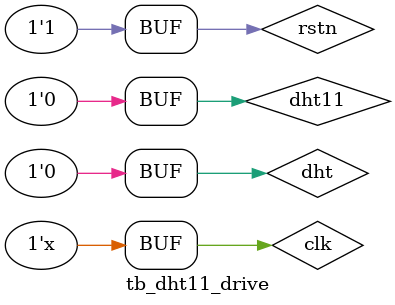
<source format=v>
`timescale 1ns / 1ps
module tb_dht11_drive();

reg              clk       ;
reg              rstn      ;
reg              dht       ;
wire             dht11     ;
wire   [31:0]    data_valid;
always#10 clk <= !clk;
initial begin
    clk  = 0;
    rstn = 0;
    dht  = 0;
    #100;
    rstn = 1;
    #1000000000;
    #18000000;
    #12000;
    #80000;dht  = 1;
    #20000;dht  = 0;
    #80000;dht  = 1;
    #20000;dht  = 0;
    #80000;dht  = 1;
    repeat(4)begin
        #80000;dht   = 1;#10000;dht  = 0;
        #120000;dht  = 1;#10000;dht  = 0;
        #80000;dht   = 1;#10000;dht  = 0;
        #120000;dht  = 1;#10000;dht  = 0;
        #120000;dht  = 1;#10000;dht  = 0;
        #80000;dht   = 1;#10000;dht  = 0;
        #120000;dht  = 1;#10000;dht  = 0;
        #120000;dht  = 1;#10000;dht  = 0;
    end
    #120000;dht  = 1;#10000;dht  = 0;
    #120000;dht  = 1;#10000;dht  = 0;
    #120000;dht  = 1;#10000;dht  = 0;
    #80000;dht   = 1;#10000;dht  = 0;
    #120000;dht  = 1;#10000;dht  = 0;
    #120000;dht  = 1;#10000;dht  = 0;
    #80000;dht   = 1;#10000;dht  = 0;
    #80000;dht   = 1;#10000;dht  = 0;
    dht  = 0;
end
assign dht11 = dht;
dht11_drive uu(
    .clk         (clk       ),  //input                      clk          ,        //系统时钟，50M
    .rstn        (rstn      ),  //input                      rstn         ,        //低电平有效的复位信号    
    .dht11       (dht11     ),  //inout                      dht11        ,        //单总线（双向信号）
    .data_valid  (data_valid)   //output    reg    [31:0]    data_valid            //输出的有效数据，位宽32
);
endmodule

</source>
